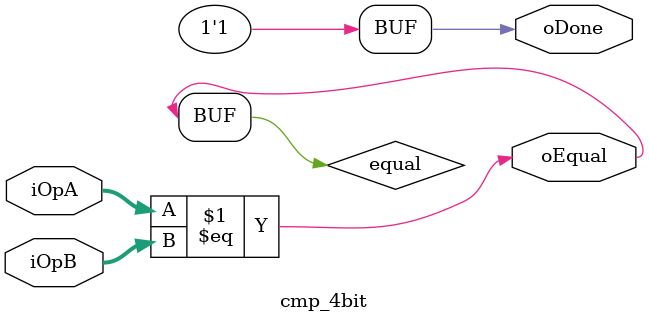
<source format=v>
`timescale 1ns / 1ps

module cmp_4bit (
    input wire [3:0] iOpA,
    input wire [3:0] iOpB,
    output wire oEqual,
    output wire oDone
);

    wire equal;

    assign equal = (iOpA == iOpB);
    assign oEqual = equal;
    assign oDone  = 1'b1;

endmodule
</source>
